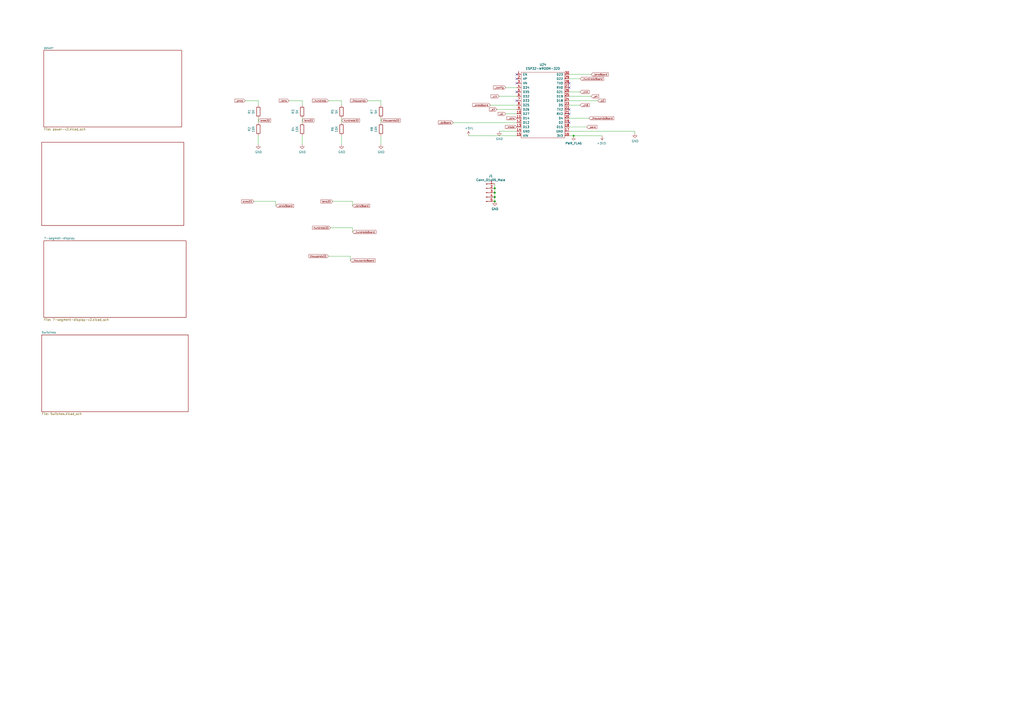
<source format=kicad_sch>
(kicad_sch (version 20211123) (generator eeschema)
  (paper "A2")
  (lib_symbols
    (symbol "Connector:Conn_01x05_Male" (pin_names (offset 1.016) hide)
      (property "Reference" "J" (at 0 7.62 0))
      (property "Value" "Connector_Conn_01x05_Male" (at 0 -7.62 0))
      (symbol "Conn_01x05_Male_1_1"
        (polyline (pts (xy 1.27 -5.08) (xy 0.8636 -5.08)) (stroke (width 0.1524)))
        (polyline (pts (xy 1.27 -2.54) (xy 0.8636 -2.54)) (stroke (width 0.1524)))
        (polyline (pts (xy 1.27 0) (xy 0.8636 0)) (stroke (width 0.1524)))
        (polyline (pts (xy 1.27 2.54) (xy 0.8636 2.54)) (stroke (width 0.1524)))
        (polyline (pts (xy 1.27 5.08) (xy 0.8636 5.08)) (stroke (width 0.1524)))
        (rectangle (start 0.8636 -4.953) (end 0 -5.207) (stroke (width 0.1524)) (fill (type outline)))
        (rectangle (start 0.8636 -2.413) (end 0 -2.667) (stroke (width 0.1524)) (fill (type outline)))
        (rectangle (start 0.8636 0.127) (end 0 -0.127) (stroke (width 0.1524)) (fill (type outline)))
        (rectangle (start 0.8636 2.667) (end 0 2.413) (stroke (width 0.1524)) (fill (type outline)))
        (rectangle (start 0.8636 5.207) (end 0 4.953) (stroke (width 0.1524)) (fill (type outline)))
        (pin passive line (at 5.08 5.08 180) (length 3.81) (name "Pin_1") (number "1"))
        (pin passive line (at 5.08 2.54 180) (length 3.81) (name "Pin_2") (number "2"))
        (pin passive line (at 5.08 0 180) (length 3.81) (name "Pin_3") (number "3"))
        (pin passive line (at 5.08 -2.54 180) (length 3.81) (name "Pin_4") (number "4"))
        (pin passive line (at 5.08 -5.08 180) (length 3.81) (name "Pin_5") (number "5"))
      )
    )
    (symbol "ariadne-rescue:ESP32-WROOM-32D-ariadne" (pin_names (offset 1.016))
      (property "Reference" "U" (at 0 -21.59 0))
      (property "Value" "ESP32-WROOM-32D-ariadne" (at 0 21.59 0))
      (symbol "ESP32-WROOM-32D-ariadne_0_1"
        (rectangle (start -12.7 19.05) (end 12.7 -19.05))
      )
      (symbol "ESP32-WROOM-32D-ariadne_1_1"
        (pin input line (at -15.24 17.78 0) (length 2.54) (name "EN") (number "1"))
        (pin input line (at -15.24 -5.08 0) (length 2.54) (name "D27") (number "10"))
        (pin input line (at -15.24 -7.62 0) (length 2.54) (name "D14") (number "11"))
        (pin input line (at -15.24 -10.16 0) (length 2.54) (name "D12") (number "12"))
        (pin input line (at -15.24 -12.7 0) (length 2.54) (name "D13") (number "13"))
        (pin input line (at -15.24 -15.24 0) (length 2.54) (name "GND") (number "14"))
        (pin input line (at -15.24 -17.78 0) (length 2.54) (name "VIN") (number "15"))
        (pin input line (at 15.24 -17.78 180) (length 2.54) (name "3V3") (number "16"))
        (pin input line (at 15.24 -15.24 180) (length 2.54) (name "GND") (number "17"))
        (pin input line (at 15.24 -12.7 180) (length 2.54) (name "D15") (number "18"))
        (pin input line (at 15.24 -10.16 180) (length 2.54) (name "D2") (number "19"))
        (pin input line (at -15.24 15.24 0) (length 2.54) (name "VP") (number "2"))
        (pin input line (at 15.24 -7.62 180) (length 2.54) (name "D4") (number "20"))
        (pin input line (at 15.24 -5.08 180) (length 2.54) (name "RX2") (number "21"))
        (pin input line (at 15.24 -2.54 180) (length 2.54) (name "TX2") (number "22"))
        (pin input line (at 15.24 0 180) (length 2.54) (name "D5") (number "23"))
        (pin input line (at 15.24 2.54 180) (length 2.54) (name "D18") (number "24"))
        (pin input line (at 15.24 5.08 180) (length 2.54) (name "D19") (number "25"))
        (pin input line (at 15.24 7.62 180) (length 2.54) (name "D21") (number "26"))
        (pin input line (at 15.24 10.16 180) (length 2.54) (name "RX0") (number "27"))
        (pin input line (at 15.24 12.7 180) (length 2.54) (name "TX0") (number "28"))
        (pin input line (at 15.24 15.24 180) (length 2.54) (name "D22") (number "29"))
        (pin input line (at -15.24 12.7 0) (length 2.54) (name "VN") (number "3"))
        (pin input line (at 15.24 17.78 180) (length 2.54) (name "D23") (number "30"))
        (pin input line (at -15.24 10.16 0) (length 2.54) (name "D34") (number "4"))
        (pin input line (at -15.24 7.62 0) (length 2.54) (name "D35") (number "5"))
        (pin input line (at -15.24 5.08 0) (length 2.54) (name "D32") (number "6"))
        (pin input line (at -15.24 2.54 0) (length 2.54) (name "D33") (number "7"))
        (pin input line (at -15.24 0 0) (length 2.54) (name "D25") (number "8"))
        (pin input line (at -15.24 -2.54 0) (length 2.54) (name "D26") (number "9"))
      )
    )
    (symbol "power:+3.3V" (power) (pin_names (offset 0))
      (property "Value" "power_+3.3V" (at 0 3.556 0))
      (symbol "+3.3V_0_1"
        (polyline (pts (xy -0.762 1.27) (xy 0 2.54)))
        (polyline (pts (xy 0 0) (xy 0 2.54)))
        (polyline (pts (xy 0 2.54) (xy 0.762 1.27)))
      )
      (symbol "+3.3V_1_1"
        (pin power_in line (at 0 0 90) (length 0) hide (name "+3V3") (number "1"))
      )
    )
    (symbol "power:+5VL" (power) (pin_names (offset 0))
      (property "Value" "power_+5VL" (at 0 3.556 0))
      (symbol "+5VL_0_1"
        (polyline (pts (xy -0.762 1.27) (xy 0 2.54)))
        (polyline (pts (xy 0 0) (xy 0 2.54)))
        (polyline (pts (xy 0 2.54) (xy 0.762 1.27)))
      )
      (symbol "+5VL_1_1"
        (pin power_in line (at 0 0 90) (length 0) hide (name "+5VL") (number "1"))
      )
    )
    (symbol "power:GND" (power) (pin_names (offset 0))
      (property "Value" "power_GND" (at 0 -3.81 0))
      (symbol "GND_0_1"
        (polyline (pts (xy 0 0) (xy 0 -1.27) (xy 1.27 -1.27) (xy 0 -2.54) (xy -1.27 -1.27) (xy 0 -1.27)))
      )
      (symbol "GND_1_1"
        (pin power_in line (at 0 0 270) (length 0) hide (name "GND") (number "1"))
      )
    )
    (symbol "power:PWR_FLAG" (power) (pin_numbers hide) (pin_names (offset 0) hide)
      (property "Value" "power_PWR_FLAG" (at 0 3.81 0))
      (symbol "PWR_FLAG_0_0"
        (pin power_out line (at 0 0 90) (length 0) (name "pwr") (number "1"))
      )
      (symbol "PWR_FLAG_0_1"
        (polyline (pts (xy 0 0) (xy 0 1.27) (xy -1.016 1.905) (xy 0 2.54) (xy 1.016 1.905) (xy 0 1.27)))
      )
    )
    (symbol "upuaut_2Nils-rescue:R-Device" (pin_numbers hide) (pin_names (offset 0))
      (property "Reference" "R" (at 2.032 0 90))
      (property "Value" "upuaut_2Nils-rescue_R-Device" (at 0 0 90))
      (symbol "R-Device_0_1"
        (rectangle (start -1.016 -2.54) (end 1.016 2.54) (stroke (width 0.254)))
      )
      (symbol "R-Device_1_1"
        (pin passive line (at 0 3.81 270) (length 1.27) (name "~") (number "1"))
        (pin passive line (at 0 -3.81 90) (length 1.27) (name "~") (number "2"))
      )
    )
  )
  (junction (at 287.02 116.84))
  (junction (at 287.02 114.3))
  (junction (at 332.74 78.74))
  (junction (at 287.02 109.22))
  (junction (at 287.02 111.76))
  (no_connect (at 299.72 43.18))
  (no_connect (at 330.2 66.04))
  (no_connect (at 330.2 71.12))
  (no_connect (at 299.72 58.42))
  (no_connect (at 330.2 48.26))
  (no_connect (at 299.72 48.26))
  (no_connect (at 299.72 45.72))
  (no_connect (at 299.72 53.34))
  (no_connect (at 330.2 63.5))
  (no_connect (at 330.2 50.8))
  (wire (pts (xy 288.29 63.5) (xy 299.72 63.5)))
  (wire (pts (xy 149.86 83.82) (xy 149.86 78.74)))
  (wire (pts (xy 287.02 114.3) (xy 287.02 116.84)))
  (wire (pts (xy 340.36 73.66) (xy 330.2 73.66)))
  (wire (pts (xy 336.55 45.72) (xy 330.2 45.72)))
  (wire (pts (xy 330.2 76.2) (xy 368.3 76.2)))
  (wire (pts (xy 204.47 132.08) (xy 204.47 134.62)))
  (wire (pts (xy 149.86 60.96) (xy 149.86 58.42)))
  (wire (pts (xy 293.37 66.04) (xy 299.72 66.04)))
  (wire (pts (xy 289.56 55.88) (xy 299.72 55.88)))
  (wire (pts (xy 190.5 148.59) (xy 203.2 148.59)))
  (wire (pts (xy 220.98 58.42) (xy 213.36 58.42)))
  (wire (pts (xy 198.12 78.74) (xy 198.12 83.82)))
  (wire (pts (xy 342.9 55.88) (xy 330.2 55.88)))
  (wire (pts (xy 149.86 58.42) (xy 142.24 58.42)))
  (wire (pts (xy 293.37 50.8) (xy 299.72 50.8)))
  (wire (pts (xy 271.78 78.74) (xy 299.72 78.74)))
  (wire (pts (xy 204.47 116.84) (xy 204.47 119.38)))
  (wire (pts (xy 220.98 60.96) (xy 220.98 58.42)))
  (wire (pts (xy 220.98 83.82) (xy 220.98 78.74)))
  (wire (pts (xy 198.12 60.96) (xy 198.12 58.42)))
  (wire (pts (xy 193.04 116.84) (xy 204.47 116.84)))
  (wire (pts (xy 336.55 53.34) (xy 330.2 53.34)))
  (wire (pts (xy 341.63 68.58) (xy 330.2 68.58)))
  (wire (pts (xy 287.02 109.22) (xy 287.02 111.76)))
  (wire (pts (xy 287.02 106.68) (xy 287.02 109.22)))
  (wire (pts (xy 332.74 78.74) (xy 349.25 78.74)))
  (wire (pts (xy 147.32 116.84) (xy 160.02 116.84)))
  (wire (pts (xy 330.2 78.74) (xy 332.74 78.74)))
  (wire (pts (xy 284.48 60.96) (xy 299.72 60.96)))
  (wire (pts (xy 287.02 111.76) (xy 287.02 114.3)))
  (wire (pts (xy 198.12 71.12) (xy 198.12 68.58)))
  (wire (pts (xy 262.89 71.12) (xy 299.72 71.12)))
  (wire (pts (xy 149.86 71.12) (xy 149.86 68.58)))
  (wire (pts (xy 175.26 60.96) (xy 175.26 58.42)))
  (wire (pts (xy 198.12 58.42) (xy 190.5 58.42)))
  (wire (pts (xy 191.77 132.08) (xy 204.47 132.08)))
  (wire (pts (xy 368.3 76.2) (xy 368.3 77.47)))
  (wire (pts (xy 346.71 58.42) (xy 330.2 58.42)))
  (wire (pts (xy 175.26 58.42) (xy 167.64 58.42)))
  (wire (pts (xy 336.55 60.96) (xy 330.2 60.96)))
  (wire (pts (xy 160.02 116.84) (xy 160.02 119.38)))
  (wire (pts (xy 220.98 71.12) (xy 220.98 68.58)))
  (wire (pts (xy 175.26 71.12) (xy 175.26 68.58)))
  (wire (pts (xy 342.9 43.18) (xy 330.2 43.18)))
  (wire (pts (xy 175.26 83.82) (xy 175.26 78.74)))
  (wire (pts (xy 203.2 148.59) (xy 203.2 151.13)))
  (wire (pts (xy 289.56 76.2) (xy 299.72 76.2)))
  (global_label "_ones" (shape input) (at 142.24 58.42 180) (effects (font (size 0.9906 0.9906))) (property "Intersheet References" "${INTERSHEET_REFS}" (effects hide)))
  (global_label "tens33" (shape input) (at 193.04 116.84 180) (effects (font (size 0.9906 0.9906))) (property "Intersheet References" "${INTERSHEET_REFS}" (effects hide)))
  (global_label "_thousandsBoard" (shape input) (at 203.2 151.13 0) (effects (font (size 0.9906 0.9906))) (property "Intersheet References" "${INTERSHEET_REFS}" (effects hide)))
  (global_label "tens33" (shape input) (at 175.26 69.85 0) (effects (font (size 0.9906 0.9906))) (property "Intersheet References" "${INTERSHEET_REFS}" (effects hide)))
  (global_label "_onesBoard" (shape input) (at 160.02 119.38 0) (effects (font (size 0.9906 0.9906))) (property "Intersheet References" "${INTERSHEET_REFS}" (effects hide)))
  (global_label "_a4" (shape input) (at 342.9 55.88 0) (effects (font (size 0.9906 0.9906))) (property "Intersheet References" "${INTERSHEET_REFS}" (effects hide)))
  (global_label "_zero" (shape input) (at 299.72 68.58 180) (effects (font (size 0.9906 0.9906))) (property "Intersheet References" "${INTERSHEET_REFS}" (effects hide)))
  (global_label "_hundredsBoard" (shape input) (at 204.47 134.62 0) (effects (font (size 0.9906 0.9906))) (property "Intersheet References" "${INTERSHEET_REFS}" (effects hide)))
  (global_label "_save" (shape input) (at 340.36 73.66 0) (effects (font (size 0.9906 0.9906))) (property "Intersheet References" "${INTERSHEET_REFS}" (effects hide)))
  (global_label "thousands33" (shape input) (at 220.98 69.85 0) (effects (font (size 0.9906 0.9906))) (property "Intersheet References" "${INTERSHEET_REFS}" (effects hide)))
  (global_label "_mode" (shape input) (at 299.72 73.66 180) (effects (font (size 0.9906 0.9906))) (property "Intersheet References" "${INTERSHEET_REFS}" (effects hide)))
  (global_label "_onesBoard" (shape input) (at 284.48 60.96 180) (effects (font (size 0.9906 0.9906))) (property "Intersheet References" "${INTERSHEET_REFS}" (effects hide)))
  (global_label "_dpBoard" (shape input) (at 262.89 71.12 180) (effects (font (size 0.9906 0.9906))) (property "Intersheet References" "${INTERSHEET_REFS}" (effects hide)))
  (global_label "_thousands" (shape input) (at 213.36 58.42 180) (effects (font (size 0.9906 0.9906))) (property "Intersheet References" "${INTERSHEET_REFS}" (effects hide)))
  (global_label "_a1" (shape input) (at 293.37 66.04 180) (effects (font (size 0.9906 0.9906))) (property "Intersheet References" "${INTERSHEET_REFS}" (effects hide)))
  (global_label "thousands33" (shape input) (at 190.5 148.59 180) (effects (font (size 0.9906 0.9906))) (property "Intersheet References" "${INTERSHEET_REFS}" (effects hide)))
  (global_label "_hundreds" (shape input) (at 190.5 58.42 180) (effects (font (size 0.9906 0.9906))) (property "Intersheet References" "${INTERSHEET_REFS}" (effects hide)))
  (global_label "_tensBoard" (shape input) (at 204.47 119.38 0) (effects (font (size 0.9906 0.9906))) (property "Intersheet References" "${INTERSHEET_REFS}" (effects hide)))
  (global_label "ones33" (shape input) (at 147.32 116.84 180) (effects (font (size 0.9906 0.9906))) (property "Intersheet References" "${INTERSHEET_REFS}" (effects hide)))
  (global_label "_clk" (shape input) (at 289.56 55.88 180) (effects (font (size 0.9906 0.9906))) (property "Intersheet References" "${INTERSHEET_REFS}" (effects hide)))
  (global_label "hundreds33" (shape input) (at 191.77 132.08 180) (effects (font (size 0.9906 0.9906))) (property "Intersheet References" "${INTERSHEET_REFS}" (effects hide)))
  (global_label "_chB" (shape input) (at 336.55 60.96 0) (effects (font (size 0.9906 0.9906))) (property "Intersheet References" "${INTERSHEET_REFS}" (effects hide)))
  (global_label "_thousandsBoard" (shape input) (at 341.63 68.58 0) (effects (font (size 0.9906 0.9906))) (property "Intersheet References" "${INTERSHEET_REFS}" (effects hide)))
  (global_label "_tensBoard" (shape input) (at 342.9 43.18 0) (effects (font (size 0.9906 0.9906))) (property "Intersheet References" "${INTERSHEET_REFS}" (effects hide)))
  (global_label "_config" (shape input) (at 293.37 50.8 180) (effects (font (size 0.9906 0.9906))) (property "Intersheet References" "${INTERSHEET_REFS}" (effects hide)))
  (global_label "_tens" (shape input) (at 167.64 58.42 180) (effects (font (size 0.9906 0.9906))) (property "Intersheet References" "${INTERSHEET_REFS}" (effects hide)))
  (global_label "_chA" (shape input) (at 336.55 53.34 0) (effects (font (size 0.9906 0.9906))) (property "Intersheet References" "${INTERSHEET_REFS}" (effects hide)))
  (global_label "_hundredsBoard" (shape input) (at 336.55 45.72 0) (effects (font (size 0.9906 0.9906))) (property "Intersheet References" "${INTERSHEET_REFS}" (effects hide)))
  (global_label "ones33" (shape input) (at 149.86 69.85 0) (effects (font (size 0.9906 0.9906))) (property "Intersheet References" "${INTERSHEET_REFS}" (effects hide)))
  (global_label "hundreds33" (shape input) (at 198.12 69.85 0) (effects (font (size 0.9906 0.9906))) (property "Intersheet References" "${INTERSHEET_REFS}" (effects hide)))
  (global_label "_a3" (shape input) (at 346.71 58.42 0) (effects (font (size 0.9906 0.9906))) (property "Intersheet References" "${INTERSHEET_REFS}" (effects hide)))
  (global_label "_a2" (shape input) (at 288.29 63.5 180) (effects (font (size 0.9906 0.9906))) (property "Intersheet References" "${INTERSHEET_REFS}" (effects hide)))
  (symbol (lib_id "ariadne-rescue:ESP32-WROOM-32D-ariadne") (at 314.96 60.96 0)
    (property "Reference" "U24" (at 314.96 37.465 0))
    (property "Value" "ESP32-WROOM-32D" (at 314.96 39.7764 0))
    (property "Footprint" "ariadne:ESP32-DEVKIT" (effects hide))
  )
  (symbol (lib_id "power:GND") (at 289.56 76.2 0)
    (property "Reference" "#PWR015" (effects hide))
    (property "Value" "GND" (at 289.687 80.5942 0))
  )
  (symbol (lib_id "power:GND") (at 287.02 116.84 0)
    (property "Reference" "#PWR014" (effects hide))
    (property "Value" "GND" (at 287.147 121.2342 0))
  )
  (symbol (lib_id "Connector:Conn_01x05_Male") (at 281.94 111.76 0)
    (property "Reference" "J1" (at 284.6832 102.0826 0))
    (property "Value" "Conn_01x05_Male" (at 284.6832 104.394 0))
    (property "Footprint" "Connector_PinHeader_2.54mm:PinHeader_1x05_P2.54mm_Vertical" (effects hide))
  )
  (symbol (lib_id "power:+3.3V") (at 349.25 78.74 180)
    (property "Reference" "#PWR019" (effects hide))
    (property "Value" "+3.3V" (at 348.869 83.1342 0))
  )
  (symbol (lib_id "power:PWR_FLAG") (at 332.74 78.74 180) (unit 1)
    (property "Reference" "#FLG05" (effects hide))
    (property "Value" "PWR_FLAG" (at 332.74 83.1342 0))
  )
  (symbol (lib_id "power:GND") (at 368.3 77.47 0) (unit 1)
    (property "Reference" "#PWR0101" (effects hide))
    (property "Value" "GND" (at 368.427 81.8642 0))
  )
  (symbol (lib_id "power:+5VL") (at 271.78 78.74 0) (unit 1)
    (property "Reference" "#PWR0102" (effects hide))
    (property "Value" "+5VL" (at 272.161 74.3458 0))
  )
  (symbol (lib_id "upuaut_2Nils-rescue:R-Device") (at 149.86 64.77 0)
    (property "Reference" "R1" (at 144.6022 64.77 90))
    (property "Value" "5K" (at 146.9136 64.77 90))
    (property "Footprint" "Resistor_THT:R_Axial_DIN0204_L3.6mm_D1.6mm_P7.62mm_Horizontal" (effects hide))
  )
  (symbol (lib_id "upuaut_2Nils-rescue:R-Device") (at 149.86 74.93 0)
    (property "Reference" "R2" (at 144.6022 74.93 90))
    (property "Value" "10K" (at 146.9136 74.93 90))
    (property "Footprint" "Resistor_THT:R_Axial_DIN0204_L3.6mm_D1.6mm_P7.62mm_Horizontal" (effects hide))
  )
  (symbol (lib_id "upuaut_2Nils-rescue:R-Device") (at 175.26 64.77 0)
    (property "Reference" "R3" (at 170.0022 64.77 90))
    (property "Value" "5K" (at 172.3136 64.77 90))
    (property "Footprint" "Resistor_THT:R_Axial_DIN0204_L3.6mm_D1.6mm_P7.62mm_Horizontal" (effects hide))
  )
  (symbol (lib_id "upuaut_2Nils-rescue:R-Device") (at 175.26 74.93 0)
    (property "Reference" "R4" (at 170.0022 74.93 90))
    (property "Value" "10K" (at 172.3136 74.93 90))
    (property "Footprint" "Resistor_THT:R_Axial_DIN0204_L3.6mm_D1.6mm_P7.62mm_Horizontal" (effects hide))
  )
  (symbol (lib_id "upuaut_2Nils-rescue:R-Device") (at 198.12 64.77 0)
    (property "Reference" "R5" (at 192.8622 64.77 90))
    (property "Value" "5K" (at 195.1736 64.77 90))
    (property "Footprint" "Resistor_THT:R_Axial_DIN0204_L3.6mm_D1.6mm_P7.62mm_Horizontal" (effects hide))
  )
  (symbol (lib_id "upuaut_2Nils-rescue:R-Device") (at 198.12 74.93 0)
    (property "Reference" "R6" (at 192.8622 74.93 90))
    (property "Value" "10K" (at 195.1736 74.93 90))
    (property "Footprint" "Resistor_THT:R_Axial_DIN0204_L3.6mm_D1.6mm_P7.62mm_Horizontal" (effects hide))
  )
  (symbol (lib_id "upuaut_2Nils-rescue:R-Device") (at 220.98 64.77 0)
    (property "Reference" "R7" (at 215.7222 64.77 90))
    (property "Value" "5K" (at 218.0336 64.77 90))
    (property "Footprint" "Resistor_THT:R_Axial_DIN0204_L3.6mm_D1.6mm_P7.62mm_Horizontal" (effects hide))
  )
  (symbol (lib_id "upuaut_2Nils-rescue:R-Device") (at 220.98 74.93 0)
    (property "Reference" "R8" (at 215.7222 74.93 90))
    (property "Value" "10K" (at 218.0336 74.93 90))
    (property "Footprint" "Resistor_THT:R_Axial_DIN0204_L3.6mm_D1.6mm_P7.62mm_Horizontal" (effects hide))
  )
  (symbol (lib_id "power:GND") (at 175.26 83.82 0)
    (property "Reference" "#PWR02" (effects hide))
    (property "Value" "GND" (at 175.387 88.2142 0))
  )
  (symbol (lib_id "power:GND") (at 220.98 83.82 0)
    (property "Reference" "#PWR04" (effects hide))
    (property "Value" "GND" (at 221.107 88.2142 0))
  )
  (symbol (lib_id "power:GND") (at 198.12 83.82 0)
    (property "Reference" "#PWR03" (effects hide))
    (property "Value" "GND" (at 198.247 88.2142 0))
  )
  (symbol (lib_id "power:GND") (at 149.86 83.82 0)
    (property "Reference" "#PWR01" (effects hide))
    (property "Value" "GND" (at 149.987 88.2142 0))
  )
  (sheet (at 25.4 139.7) (size 82.55 44.45)
    (property "Sheet name" "7-segmet-display" (at 25.4 138.9884 0) (effects (justify left bottom)))
    (property "Sheet file" "7-segment-display-v2.kicad_sch" (at 25.4 184.7346 0) (effects (justify left top)))
  )
  (sheet (at 25.4 29.21) (size 80.01 44.45)
    (property "Sheet name" "power" (at 25.4 28.4984 0) (effects (justify left bottom)))
    (property "Sheet file" "power-v2.kicad_sch" (at 25.4 74.2446 0) (effects (justify left top)))
  )
  (sheet (at 24.13 194.31) (size 85.09 44.45)
    (property "Sheet name" "Switches" (at 24.13 193.5984 0) (effects (justify left bottom)))
    (property "Sheet file" "Switches.kicad_sch" (at 24.13 239.3446 0) (effects (justify left top)))
  )
  (sheet (at 24.13 82.55) (size 82.55 48.26)
    (property "Sheet name" "cable-v2" (at 24.13 82.4734 0) (effects (font (size 0 0)) (justify left bottom)))
    (property "Sheet file" "cable-v2.kicad_sch" (at 24.13 130.8866 0) (effects (font (size 0 0)) (justify left top)))
  )
)
</source>
